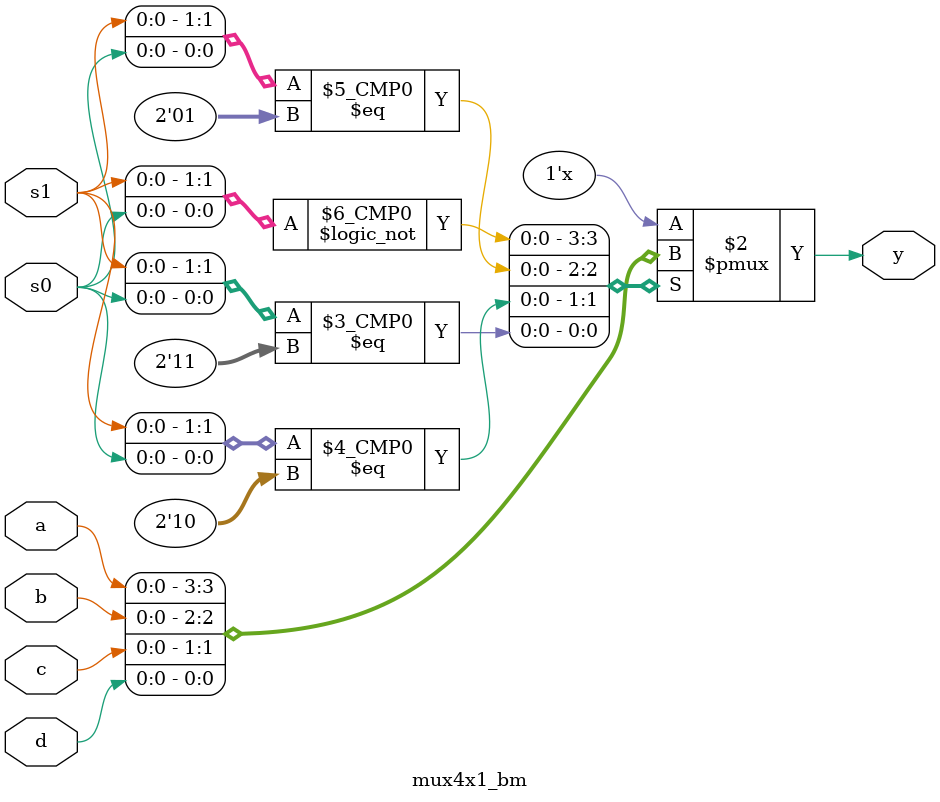
<source format=v>
module mux4x1_bm(
input a,b,c,d,s1,s0,
output reg y);

always @(*)begin
case({s1,s0})
	2'b00: y=a;
	2'b01: y=b;
	2'b10: y=c;
	2'b11: y=d;
endcase

// assign y=s1?(s0?d:c):(s0?b:a);........s1=msb and s0=lsb
end

endmodule

</source>
